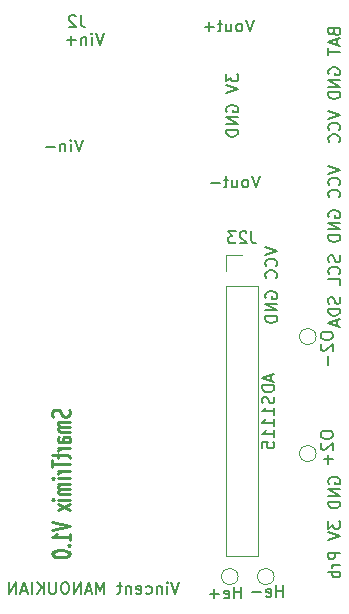
<source format=gbo>
G04 #@! TF.GenerationSoftware,KiCad,Pcbnew,(5.0.1-3-g963ef8bb5)*
G04 #@! TF.CreationDate,2018-12-25T15:27:32+01:00*
G04 #@! TF.ProjectId,smarttrimix,736D6172747472696D69782E6B696361,rev?*
G04 #@! TF.SameCoordinates,Original*
G04 #@! TF.FileFunction,Legend,Bot*
G04 #@! TF.FilePolarity,Positive*
%FSLAX46Y46*%
G04 Gerber Fmt 4.6, Leading zero omitted, Abs format (unit mm)*
G04 Created by KiCad (PCBNEW (5.0.1-3-g963ef8bb5)) date 2018 December 25, Tuesday 15:27:32*
%MOMM*%
%LPD*%
G01*
G04 APERTURE LIST*
%ADD10C,0.150000*%
%ADD11C,0.250000*%
%ADD12C,0.120000*%
G04 APERTURE END LIST*
D10*
X63968380Y-55499333D02*
X63968380Y-56118380D01*
X64349333Y-55785047D01*
X64349333Y-55927904D01*
X64396952Y-56023142D01*
X64444571Y-56070761D01*
X64539809Y-56118380D01*
X64777904Y-56118380D01*
X64873142Y-56070761D01*
X64920761Y-56023142D01*
X64968380Y-55927904D01*
X64968380Y-55642190D01*
X64920761Y-55546952D01*
X64873142Y-55499333D01*
X63968380Y-56404095D02*
X64968380Y-56737428D01*
X63968380Y-57070761D01*
X64016000Y-58689809D02*
X63968380Y-58594571D01*
X63968380Y-58451714D01*
X64016000Y-58308857D01*
X64111238Y-58213619D01*
X64206476Y-58166000D01*
X64396952Y-58118380D01*
X64539809Y-58118380D01*
X64730285Y-58166000D01*
X64825523Y-58213619D01*
X64920761Y-58308857D01*
X64968380Y-58451714D01*
X64968380Y-58546952D01*
X64920761Y-58689809D01*
X64873142Y-58737428D01*
X64539809Y-58737428D01*
X64539809Y-58546952D01*
X64968380Y-59166000D02*
X63968380Y-59166000D01*
X64968380Y-59737428D01*
X63968380Y-59737428D01*
X64968380Y-60213619D02*
X63968380Y-60213619D01*
X63968380Y-60451714D01*
X64016000Y-60594571D01*
X64111238Y-60689809D01*
X64206476Y-60737428D01*
X64396952Y-60785047D01*
X64539809Y-60785047D01*
X64730285Y-60737428D01*
X64825523Y-60689809D01*
X64920761Y-60594571D01*
X64968380Y-60451714D01*
X64968380Y-60213619D01*
X59966904Y-98512380D02*
X59633571Y-99512380D01*
X59300238Y-98512380D01*
X58966904Y-99512380D02*
X58966904Y-98845714D01*
X58966904Y-98512380D02*
X59014523Y-98560000D01*
X58966904Y-98607619D01*
X58919285Y-98560000D01*
X58966904Y-98512380D01*
X58966904Y-98607619D01*
X58490714Y-98845714D02*
X58490714Y-99512380D01*
X58490714Y-98940952D02*
X58443095Y-98893333D01*
X58347857Y-98845714D01*
X58205000Y-98845714D01*
X58109761Y-98893333D01*
X58062142Y-98988571D01*
X58062142Y-99512380D01*
X57157380Y-99464761D02*
X57252619Y-99512380D01*
X57443095Y-99512380D01*
X57538333Y-99464761D01*
X57585952Y-99417142D01*
X57633571Y-99321904D01*
X57633571Y-99036190D01*
X57585952Y-98940952D01*
X57538333Y-98893333D01*
X57443095Y-98845714D01*
X57252619Y-98845714D01*
X57157380Y-98893333D01*
X56347857Y-99464761D02*
X56443095Y-99512380D01*
X56633571Y-99512380D01*
X56728809Y-99464761D01*
X56776428Y-99369523D01*
X56776428Y-98988571D01*
X56728809Y-98893333D01*
X56633571Y-98845714D01*
X56443095Y-98845714D01*
X56347857Y-98893333D01*
X56300238Y-98988571D01*
X56300238Y-99083809D01*
X56776428Y-99179047D01*
X55871666Y-98845714D02*
X55871666Y-99512380D01*
X55871666Y-98940952D02*
X55824047Y-98893333D01*
X55728809Y-98845714D01*
X55585952Y-98845714D01*
X55490714Y-98893333D01*
X55443095Y-98988571D01*
X55443095Y-99512380D01*
X55109761Y-98845714D02*
X54728809Y-98845714D01*
X54966904Y-98512380D02*
X54966904Y-99369523D01*
X54919285Y-99464761D01*
X54824047Y-99512380D01*
X54728809Y-99512380D01*
X53633571Y-99512380D02*
X53633571Y-98512380D01*
X53300238Y-99226666D01*
X52966904Y-98512380D01*
X52966904Y-99512380D01*
X52538333Y-99226666D02*
X52062142Y-99226666D01*
X52633571Y-99512380D02*
X52300238Y-98512380D01*
X51966904Y-99512380D01*
X51633571Y-99512380D02*
X51633571Y-98512380D01*
X51062142Y-99512380D01*
X51062142Y-98512380D01*
X50395476Y-98512380D02*
X50205000Y-98512380D01*
X50109761Y-98560000D01*
X50014523Y-98655238D01*
X49966904Y-98845714D01*
X49966904Y-99179047D01*
X50014523Y-99369523D01*
X50109761Y-99464761D01*
X50205000Y-99512380D01*
X50395476Y-99512380D01*
X50490714Y-99464761D01*
X50585952Y-99369523D01*
X50633571Y-99179047D01*
X50633571Y-98845714D01*
X50585952Y-98655238D01*
X50490714Y-98560000D01*
X50395476Y-98512380D01*
X49538333Y-98512380D02*
X49538333Y-99321904D01*
X49490714Y-99417142D01*
X49443095Y-99464761D01*
X49347857Y-99512380D01*
X49157380Y-99512380D01*
X49062142Y-99464761D01*
X49014523Y-99417142D01*
X48966904Y-99321904D01*
X48966904Y-98512380D01*
X48490714Y-99512380D02*
X48490714Y-98512380D01*
X47919285Y-99512380D02*
X48347857Y-98940952D01*
X47919285Y-98512380D02*
X48490714Y-99083809D01*
X47490714Y-99512380D02*
X47490714Y-98512380D01*
X47062142Y-99226666D02*
X46585952Y-99226666D01*
X47157380Y-99512380D02*
X46824047Y-98512380D01*
X46490714Y-99512380D01*
X46157380Y-99512380D02*
X46157380Y-98512380D01*
X45585952Y-99512380D01*
X45585952Y-98512380D01*
X72604380Y-63318285D02*
X73604380Y-63651619D01*
X72604380Y-63984952D01*
X73509142Y-64889714D02*
X73556761Y-64842095D01*
X73604380Y-64699238D01*
X73604380Y-64604000D01*
X73556761Y-64461142D01*
X73461523Y-64365904D01*
X73366285Y-64318285D01*
X73175809Y-64270666D01*
X73032952Y-64270666D01*
X72842476Y-64318285D01*
X72747238Y-64365904D01*
X72652000Y-64461142D01*
X72604380Y-64604000D01*
X72604380Y-64699238D01*
X72652000Y-64842095D01*
X72699619Y-64889714D01*
X73509142Y-65889714D02*
X73556761Y-65842095D01*
X73604380Y-65699238D01*
X73604380Y-65604000D01*
X73556761Y-65461142D01*
X73461523Y-65365904D01*
X73366285Y-65318285D01*
X73175809Y-65270666D01*
X73032952Y-65270666D01*
X72842476Y-65318285D01*
X72747238Y-65365904D01*
X72652000Y-65461142D01*
X72604380Y-65604000D01*
X72604380Y-65699238D01*
X72652000Y-65842095D01*
X72699619Y-65889714D01*
X72652000Y-67604000D02*
X72604380Y-67508761D01*
X72604380Y-67365904D01*
X72652000Y-67223047D01*
X72747238Y-67127809D01*
X72842476Y-67080190D01*
X73032952Y-67032571D01*
X73175809Y-67032571D01*
X73366285Y-67080190D01*
X73461523Y-67127809D01*
X73556761Y-67223047D01*
X73604380Y-67365904D01*
X73604380Y-67461142D01*
X73556761Y-67604000D01*
X73509142Y-67651619D01*
X73175809Y-67651619D01*
X73175809Y-67461142D01*
X73604380Y-68080190D02*
X72604380Y-68080190D01*
X73604380Y-68651619D01*
X72604380Y-68651619D01*
X73604380Y-69127809D02*
X72604380Y-69127809D01*
X72604380Y-69365904D01*
X72652000Y-69508761D01*
X72747238Y-69604000D01*
X72842476Y-69651619D01*
X73032952Y-69699238D01*
X73175809Y-69699238D01*
X73366285Y-69651619D01*
X73461523Y-69604000D01*
X73556761Y-69508761D01*
X73604380Y-69365904D01*
X73604380Y-69127809D01*
X73556761Y-70842095D02*
X73604380Y-70984952D01*
X73604380Y-71223047D01*
X73556761Y-71318285D01*
X73509142Y-71365904D01*
X73413904Y-71413523D01*
X73318666Y-71413523D01*
X73223428Y-71365904D01*
X73175809Y-71318285D01*
X73128190Y-71223047D01*
X73080571Y-71032571D01*
X73032952Y-70937333D01*
X72985333Y-70889714D01*
X72890095Y-70842095D01*
X72794857Y-70842095D01*
X72699619Y-70889714D01*
X72652000Y-70937333D01*
X72604380Y-71032571D01*
X72604380Y-71270666D01*
X72652000Y-71413523D01*
X73509142Y-72413523D02*
X73556761Y-72365904D01*
X73604380Y-72223047D01*
X73604380Y-72127809D01*
X73556761Y-71984952D01*
X73461523Y-71889714D01*
X73366285Y-71842095D01*
X73175809Y-71794476D01*
X73032952Y-71794476D01*
X72842476Y-71842095D01*
X72747238Y-71889714D01*
X72652000Y-71984952D01*
X72604380Y-72127809D01*
X72604380Y-72223047D01*
X72652000Y-72365904D01*
X72699619Y-72413523D01*
X73604380Y-73318285D02*
X73604380Y-72842095D01*
X72604380Y-72842095D01*
X73556761Y-74365904D02*
X73604380Y-74508761D01*
X73604380Y-74746857D01*
X73556761Y-74842095D01*
X73509142Y-74889714D01*
X73413904Y-74937333D01*
X73318666Y-74937333D01*
X73223428Y-74889714D01*
X73175809Y-74842095D01*
X73128190Y-74746857D01*
X73080571Y-74556380D01*
X73032952Y-74461142D01*
X72985333Y-74413523D01*
X72890095Y-74365904D01*
X72794857Y-74365904D01*
X72699619Y-74413523D01*
X72652000Y-74461142D01*
X72604380Y-74556380D01*
X72604380Y-74794476D01*
X72652000Y-74937333D01*
X73604380Y-75365904D02*
X72604380Y-75365904D01*
X72604380Y-75604000D01*
X72652000Y-75746857D01*
X72747238Y-75842095D01*
X72842476Y-75889714D01*
X73032952Y-75937333D01*
X73175809Y-75937333D01*
X73366285Y-75889714D01*
X73461523Y-75842095D01*
X73556761Y-75746857D01*
X73604380Y-75604000D01*
X73604380Y-75365904D01*
X73318666Y-76318285D02*
X73318666Y-76794476D01*
X73604380Y-76223047D02*
X72604380Y-76556380D01*
X73604380Y-76889714D01*
X72652000Y-90162571D02*
X72604380Y-90067333D01*
X72604380Y-89924476D01*
X72652000Y-89781619D01*
X72747238Y-89686380D01*
X72842476Y-89638761D01*
X73032952Y-89591142D01*
X73175809Y-89591142D01*
X73366285Y-89638761D01*
X73461523Y-89686380D01*
X73556761Y-89781619D01*
X73604380Y-89924476D01*
X73604380Y-90019714D01*
X73556761Y-90162571D01*
X73509142Y-90210190D01*
X73175809Y-90210190D01*
X73175809Y-90019714D01*
X73604380Y-90638761D02*
X72604380Y-90638761D01*
X73604380Y-91210190D01*
X72604380Y-91210190D01*
X73604380Y-91686380D02*
X72604380Y-91686380D01*
X72604380Y-91924476D01*
X72652000Y-92067333D01*
X72747238Y-92162571D01*
X72842476Y-92210190D01*
X73032952Y-92257809D01*
X73175809Y-92257809D01*
X73366285Y-92210190D01*
X73461523Y-92162571D01*
X73556761Y-92067333D01*
X73604380Y-91924476D01*
X73604380Y-91686380D01*
X72604380Y-93353047D02*
X72604380Y-93972095D01*
X72985333Y-93638761D01*
X72985333Y-93781619D01*
X73032952Y-93876857D01*
X73080571Y-93924476D01*
X73175809Y-93972095D01*
X73413904Y-93972095D01*
X73509142Y-93924476D01*
X73556761Y-93876857D01*
X73604380Y-93781619D01*
X73604380Y-93495904D01*
X73556761Y-93400666D01*
X73509142Y-93353047D01*
X72604380Y-94257809D02*
X73604380Y-94591142D01*
X72604380Y-94924476D01*
X73604380Y-96019714D02*
X72604380Y-96019714D01*
X72604380Y-96400666D01*
X72652000Y-96495904D01*
X72699619Y-96543523D01*
X72794857Y-96591142D01*
X72937714Y-96591142D01*
X73032952Y-96543523D01*
X73080571Y-96495904D01*
X73128190Y-96400666D01*
X73128190Y-96019714D01*
X73604380Y-97019714D02*
X72937714Y-97019714D01*
X73128190Y-97019714D02*
X73032952Y-97067333D01*
X72985333Y-97114952D01*
X72937714Y-97210190D01*
X72937714Y-97305428D01*
X73604380Y-97638761D02*
X72604380Y-97638761D01*
X72985333Y-97638761D02*
X72937714Y-97734000D01*
X72937714Y-97924476D01*
X72985333Y-98019714D01*
X73032952Y-98067333D01*
X73128190Y-98114952D01*
X73413904Y-98114952D01*
X73509142Y-98067333D01*
X73556761Y-98019714D01*
X73604380Y-97924476D01*
X73604380Y-97734000D01*
X73556761Y-97638761D01*
X67270380Y-70167904D02*
X68270380Y-70501238D01*
X67270380Y-70834571D01*
X68175142Y-71739333D02*
X68222761Y-71691714D01*
X68270380Y-71548857D01*
X68270380Y-71453619D01*
X68222761Y-71310761D01*
X68127523Y-71215523D01*
X68032285Y-71167904D01*
X67841809Y-71120285D01*
X67698952Y-71120285D01*
X67508476Y-71167904D01*
X67413238Y-71215523D01*
X67318000Y-71310761D01*
X67270380Y-71453619D01*
X67270380Y-71548857D01*
X67318000Y-71691714D01*
X67365619Y-71739333D01*
X68175142Y-72739333D02*
X68222761Y-72691714D01*
X68270380Y-72548857D01*
X68270380Y-72453619D01*
X68222761Y-72310761D01*
X68127523Y-72215523D01*
X68032285Y-72167904D01*
X67841809Y-72120285D01*
X67698952Y-72120285D01*
X67508476Y-72167904D01*
X67413238Y-72215523D01*
X67318000Y-72310761D01*
X67270380Y-72453619D01*
X67270380Y-72548857D01*
X67318000Y-72691714D01*
X67365619Y-72739333D01*
X67318000Y-74453619D02*
X67270380Y-74358380D01*
X67270380Y-74215523D01*
X67318000Y-74072666D01*
X67413238Y-73977428D01*
X67508476Y-73929809D01*
X67698952Y-73882190D01*
X67841809Y-73882190D01*
X68032285Y-73929809D01*
X68127523Y-73977428D01*
X68222761Y-74072666D01*
X68270380Y-74215523D01*
X68270380Y-74310761D01*
X68222761Y-74453619D01*
X68175142Y-74501238D01*
X67841809Y-74501238D01*
X67841809Y-74310761D01*
X68270380Y-74929809D02*
X67270380Y-74929809D01*
X68270380Y-75501238D01*
X67270380Y-75501238D01*
X68270380Y-75977428D02*
X67270380Y-75977428D01*
X67270380Y-76215523D01*
X67318000Y-76358380D01*
X67413238Y-76453619D01*
X67508476Y-76501238D01*
X67698952Y-76548857D01*
X67841809Y-76548857D01*
X68032285Y-76501238D01*
X68127523Y-76453619D01*
X68222761Y-76358380D01*
X68270380Y-76215523D01*
X68270380Y-75977428D01*
X73080571Y-51935619D02*
X73128190Y-52078476D01*
X73175809Y-52126095D01*
X73271047Y-52173714D01*
X73413904Y-52173714D01*
X73509142Y-52126095D01*
X73556761Y-52078476D01*
X73604380Y-51983238D01*
X73604380Y-51602285D01*
X72604380Y-51602285D01*
X72604380Y-51935619D01*
X72652000Y-52030857D01*
X72699619Y-52078476D01*
X72794857Y-52126095D01*
X72890095Y-52126095D01*
X72985333Y-52078476D01*
X73032952Y-52030857D01*
X73080571Y-51935619D01*
X73080571Y-51602285D01*
X73318666Y-52554666D02*
X73318666Y-53030857D01*
X73604380Y-52459428D02*
X72604380Y-52792761D01*
X73604380Y-53126095D01*
X72604380Y-53316571D02*
X72604380Y-53888000D01*
X73604380Y-53602285D02*
X72604380Y-53602285D01*
X72652000Y-55507047D02*
X72604380Y-55411809D01*
X72604380Y-55268952D01*
X72652000Y-55126095D01*
X72747238Y-55030857D01*
X72842476Y-54983238D01*
X73032952Y-54935619D01*
X73175809Y-54935619D01*
X73366285Y-54983238D01*
X73461523Y-55030857D01*
X73556761Y-55126095D01*
X73604380Y-55268952D01*
X73604380Y-55364190D01*
X73556761Y-55507047D01*
X73509142Y-55554666D01*
X73175809Y-55554666D01*
X73175809Y-55364190D01*
X73604380Y-55983238D02*
X72604380Y-55983238D01*
X73604380Y-56554666D01*
X72604380Y-56554666D01*
X73604380Y-57030857D02*
X72604380Y-57030857D01*
X72604380Y-57268952D01*
X72652000Y-57411809D01*
X72747238Y-57507047D01*
X72842476Y-57554666D01*
X73032952Y-57602285D01*
X73175809Y-57602285D01*
X73366285Y-57554666D01*
X73461523Y-57507047D01*
X73556761Y-57411809D01*
X73604380Y-57268952D01*
X73604380Y-57030857D01*
X72604380Y-58649904D02*
X73604380Y-58983238D01*
X72604380Y-59316571D01*
X73509142Y-60221333D02*
X73556761Y-60173714D01*
X73604380Y-60030857D01*
X73604380Y-59935619D01*
X73556761Y-59792761D01*
X73461523Y-59697523D01*
X73366285Y-59649904D01*
X73175809Y-59602285D01*
X73032952Y-59602285D01*
X72842476Y-59649904D01*
X72747238Y-59697523D01*
X72652000Y-59792761D01*
X72604380Y-59935619D01*
X72604380Y-60030857D01*
X72652000Y-60173714D01*
X72699619Y-60221333D01*
X73509142Y-61221333D02*
X73556761Y-61173714D01*
X73604380Y-61030857D01*
X73604380Y-60935619D01*
X73556761Y-60792761D01*
X73461523Y-60697523D01*
X73366285Y-60649904D01*
X73175809Y-60602285D01*
X73032952Y-60602285D01*
X72842476Y-60649904D01*
X72747238Y-60697523D01*
X72652000Y-60792761D01*
X72604380Y-60935619D01*
X72604380Y-61030857D01*
X72652000Y-61173714D01*
X72699619Y-61221333D01*
D11*
X50645142Y-83918976D02*
X50716571Y-84061833D01*
X50716571Y-84299928D01*
X50645142Y-84395166D01*
X50573714Y-84442785D01*
X50430857Y-84490404D01*
X50288000Y-84490404D01*
X50145142Y-84442785D01*
X50073714Y-84395166D01*
X50002285Y-84299928D01*
X49930857Y-84109452D01*
X49859428Y-84014214D01*
X49788000Y-83966595D01*
X49645142Y-83918976D01*
X49502285Y-83918976D01*
X49359428Y-83966595D01*
X49288000Y-84014214D01*
X49216571Y-84109452D01*
X49216571Y-84347547D01*
X49288000Y-84490404D01*
X50716571Y-84918976D02*
X49716571Y-84918976D01*
X49859428Y-84918976D02*
X49788000Y-84966595D01*
X49716571Y-85061833D01*
X49716571Y-85204690D01*
X49788000Y-85299928D01*
X49930857Y-85347547D01*
X50716571Y-85347547D01*
X49930857Y-85347547D02*
X49788000Y-85395166D01*
X49716571Y-85490404D01*
X49716571Y-85633261D01*
X49788000Y-85728500D01*
X49930857Y-85776119D01*
X50716571Y-85776119D01*
X50716571Y-86680880D02*
X49930857Y-86680880D01*
X49788000Y-86633261D01*
X49716571Y-86538023D01*
X49716571Y-86347547D01*
X49788000Y-86252309D01*
X50645142Y-86680880D02*
X50716571Y-86585642D01*
X50716571Y-86347547D01*
X50645142Y-86252309D01*
X50502285Y-86204690D01*
X50359428Y-86204690D01*
X50216571Y-86252309D01*
X50145142Y-86347547D01*
X50145142Y-86585642D01*
X50073714Y-86680880D01*
X50716571Y-87157071D02*
X49716571Y-87157071D01*
X50002285Y-87157071D02*
X49859428Y-87204690D01*
X49788000Y-87252309D01*
X49716571Y-87347547D01*
X49716571Y-87442785D01*
X49716571Y-87633261D02*
X49716571Y-88014214D01*
X49216571Y-87776119D02*
X50502285Y-87776119D01*
X50645142Y-87823738D01*
X50716571Y-87918976D01*
X50716571Y-88014214D01*
X49216571Y-88204690D02*
X49216571Y-88776119D01*
X50716571Y-88490404D02*
X49216571Y-88490404D01*
X50716571Y-89109452D02*
X49716571Y-89109452D01*
X50002285Y-89109452D02*
X49859428Y-89157071D01*
X49788000Y-89204690D01*
X49716571Y-89299928D01*
X49716571Y-89395166D01*
X50716571Y-89728500D02*
X49716571Y-89728500D01*
X49216571Y-89728500D02*
X49288000Y-89680880D01*
X49359428Y-89728500D01*
X49288000Y-89776119D01*
X49216571Y-89728500D01*
X49359428Y-89728500D01*
X50716571Y-90204690D02*
X49716571Y-90204690D01*
X49859428Y-90204690D02*
X49788000Y-90252309D01*
X49716571Y-90347547D01*
X49716571Y-90490404D01*
X49788000Y-90585642D01*
X49930857Y-90633261D01*
X50716571Y-90633261D01*
X49930857Y-90633261D02*
X49788000Y-90680880D01*
X49716571Y-90776119D01*
X49716571Y-90918976D01*
X49788000Y-91014214D01*
X49930857Y-91061833D01*
X50716571Y-91061833D01*
X50716571Y-91538023D02*
X49716571Y-91538023D01*
X49216571Y-91538023D02*
X49288000Y-91490404D01*
X49359428Y-91538023D01*
X49288000Y-91585642D01*
X49216571Y-91538023D01*
X49359428Y-91538023D01*
X50716571Y-91918976D02*
X49716571Y-92442785D01*
X49716571Y-91918976D02*
X50716571Y-92442785D01*
X49216571Y-93442785D02*
X50716571Y-93776119D01*
X49216571Y-94109452D01*
X50716571Y-94966595D02*
X50716571Y-94395166D01*
X50716571Y-94680880D02*
X49216571Y-94680880D01*
X49430857Y-94585642D01*
X49573714Y-94490404D01*
X49645142Y-94395166D01*
X50573714Y-95395166D02*
X50645142Y-95442785D01*
X50716571Y-95395166D01*
X50645142Y-95347547D01*
X50573714Y-95395166D01*
X50716571Y-95395166D01*
X49216571Y-96061833D02*
X49216571Y-96157071D01*
X49288000Y-96252309D01*
X49359428Y-96299928D01*
X49502285Y-96347547D01*
X49788000Y-96395166D01*
X50145142Y-96395166D01*
X50430857Y-96347547D01*
X50573714Y-96299928D01*
X50645142Y-96252309D01*
X50716571Y-96157071D01*
X50716571Y-96061833D01*
X50645142Y-95966595D01*
X50573714Y-95918976D01*
X50430857Y-95871357D01*
X50145142Y-95823738D01*
X49788000Y-95823738D01*
X49502285Y-95871357D01*
X49359428Y-95918976D01*
X49288000Y-95966595D01*
X49216571Y-96061833D01*
D12*
G04 #@! TO.C,J23*
X65278000Y-70806000D02*
X63948000Y-70806000D01*
X63948000Y-70806000D02*
X63948000Y-72136000D01*
X63948000Y-73406000D02*
X63948000Y-96326000D01*
X66608000Y-96326000D02*
X63948000Y-96326000D01*
X66608000Y-73406000D02*
X66608000Y-96326000D01*
X66608000Y-73406000D02*
X63948000Y-73406000D01*
G04 #@! TO.C,TP1*
X68010000Y-98044000D02*
G75*
G03X68010000Y-98044000I-700000J0D01*
G01*
G04 #@! TO.C,TP2*
X64962000Y-98044000D02*
G75*
G03X64962000Y-98044000I-700000J0D01*
G01*
G04 #@! TO.C,TP3*
X71566000Y-77724000D02*
G75*
G03X71566000Y-77724000I-700000J0D01*
G01*
G04 #@! TO.C,TP4*
X71566000Y-87630000D02*
G75*
G03X71566000Y-87630000I-700000J0D01*
G01*
G04 #@! TO.C,J2*
D10*
X51641333Y-50506380D02*
X51641333Y-51220666D01*
X51688952Y-51363523D01*
X51784190Y-51458761D01*
X51927047Y-51506380D01*
X52022285Y-51506380D01*
X51212761Y-50601619D02*
X51165142Y-50554000D01*
X51069904Y-50506380D01*
X50831809Y-50506380D01*
X50736571Y-50554000D01*
X50688952Y-50601619D01*
X50641333Y-50696857D01*
X50641333Y-50792095D01*
X50688952Y-50934952D01*
X51260380Y-51506380D01*
X50641333Y-51506380D01*
X66277857Y-50887380D02*
X65944523Y-51887380D01*
X65611190Y-50887380D01*
X65135000Y-51887380D02*
X65230238Y-51839761D01*
X65277857Y-51792142D01*
X65325476Y-51696904D01*
X65325476Y-51411190D01*
X65277857Y-51315952D01*
X65230238Y-51268333D01*
X65135000Y-51220714D01*
X64992142Y-51220714D01*
X64896904Y-51268333D01*
X64849285Y-51315952D01*
X64801666Y-51411190D01*
X64801666Y-51696904D01*
X64849285Y-51792142D01*
X64896904Y-51839761D01*
X64992142Y-51887380D01*
X65135000Y-51887380D01*
X63944523Y-51220714D02*
X63944523Y-51887380D01*
X64373095Y-51220714D02*
X64373095Y-51744523D01*
X64325476Y-51839761D01*
X64230238Y-51887380D01*
X64087380Y-51887380D01*
X63992142Y-51839761D01*
X63944523Y-51792142D01*
X63611190Y-51220714D02*
X63230238Y-51220714D01*
X63468333Y-50887380D02*
X63468333Y-51744523D01*
X63420714Y-51839761D01*
X63325476Y-51887380D01*
X63230238Y-51887380D01*
X62896904Y-51506428D02*
X62135000Y-51506428D01*
X62515952Y-51887380D02*
X62515952Y-51125476D01*
X66785857Y-64095380D02*
X66452523Y-65095380D01*
X66119190Y-64095380D01*
X65643000Y-65095380D02*
X65738238Y-65047761D01*
X65785857Y-65000142D01*
X65833476Y-64904904D01*
X65833476Y-64619190D01*
X65785857Y-64523952D01*
X65738238Y-64476333D01*
X65643000Y-64428714D01*
X65500142Y-64428714D01*
X65404904Y-64476333D01*
X65357285Y-64523952D01*
X65309666Y-64619190D01*
X65309666Y-64904904D01*
X65357285Y-65000142D01*
X65404904Y-65047761D01*
X65500142Y-65095380D01*
X65643000Y-65095380D01*
X64452523Y-64428714D02*
X64452523Y-65095380D01*
X64881095Y-64428714D02*
X64881095Y-64952523D01*
X64833476Y-65047761D01*
X64738238Y-65095380D01*
X64595380Y-65095380D01*
X64500142Y-65047761D01*
X64452523Y-65000142D01*
X64119190Y-64428714D02*
X63738238Y-64428714D01*
X63976333Y-64095380D02*
X63976333Y-64952523D01*
X63928714Y-65047761D01*
X63833476Y-65095380D01*
X63738238Y-65095380D01*
X63404904Y-64714428D02*
X62643000Y-64714428D01*
X53585857Y-52030380D02*
X53252523Y-53030380D01*
X52919190Y-52030380D01*
X52585857Y-53030380D02*
X52585857Y-52363714D01*
X52585857Y-52030380D02*
X52633476Y-52078000D01*
X52585857Y-52125619D01*
X52538238Y-52078000D01*
X52585857Y-52030380D01*
X52585857Y-52125619D01*
X52109666Y-52363714D02*
X52109666Y-53030380D01*
X52109666Y-52458952D02*
X52062047Y-52411333D01*
X51966809Y-52363714D01*
X51823952Y-52363714D01*
X51728714Y-52411333D01*
X51681095Y-52506571D01*
X51681095Y-53030380D01*
X51204904Y-52649428D02*
X50443000Y-52649428D01*
X50823952Y-53030380D02*
X50823952Y-52268476D01*
X51807857Y-61047380D02*
X51474523Y-62047380D01*
X51141190Y-61047380D01*
X50807857Y-62047380D02*
X50807857Y-61380714D01*
X50807857Y-61047380D02*
X50855476Y-61095000D01*
X50807857Y-61142619D01*
X50760238Y-61095000D01*
X50807857Y-61047380D01*
X50807857Y-61142619D01*
X50331666Y-61380714D02*
X50331666Y-62047380D01*
X50331666Y-61475952D02*
X50284047Y-61428333D01*
X50188809Y-61380714D01*
X50045952Y-61380714D01*
X49950714Y-61428333D01*
X49903095Y-61523571D01*
X49903095Y-62047380D01*
X49426904Y-61666428D02*
X48665000Y-61666428D01*
G04 #@! TO.C,J23*
X66087523Y-68818380D02*
X66087523Y-69532666D01*
X66135142Y-69675523D01*
X66230380Y-69770761D01*
X66373238Y-69818380D01*
X66468476Y-69818380D01*
X65658952Y-68913619D02*
X65611333Y-68866000D01*
X65516095Y-68818380D01*
X65278000Y-68818380D01*
X65182761Y-68866000D01*
X65135142Y-68913619D01*
X65087523Y-69008857D01*
X65087523Y-69104095D01*
X65135142Y-69246952D01*
X65706571Y-69818380D01*
X65087523Y-69818380D01*
X64754190Y-68818380D02*
X64135142Y-68818380D01*
X64468476Y-69199333D01*
X64325619Y-69199333D01*
X64230380Y-69246952D01*
X64182761Y-69294571D01*
X64135142Y-69389809D01*
X64135142Y-69627904D01*
X64182761Y-69723142D01*
X64230380Y-69770761D01*
X64325619Y-69818380D01*
X64611333Y-69818380D01*
X64706571Y-69770761D01*
X64754190Y-69723142D01*
X67730666Y-80954952D02*
X67730666Y-81431142D01*
X68016380Y-80859714D02*
X67016380Y-81193047D01*
X68016380Y-81526380D01*
X68016380Y-81859714D02*
X67016380Y-81859714D01*
X67016380Y-82097809D01*
X67064000Y-82240666D01*
X67159238Y-82335904D01*
X67254476Y-82383523D01*
X67444952Y-82431142D01*
X67587809Y-82431142D01*
X67778285Y-82383523D01*
X67873523Y-82335904D01*
X67968761Y-82240666D01*
X68016380Y-82097809D01*
X68016380Y-81859714D01*
X67968761Y-82812095D02*
X68016380Y-82954952D01*
X68016380Y-83193047D01*
X67968761Y-83288285D01*
X67921142Y-83335904D01*
X67825904Y-83383523D01*
X67730666Y-83383523D01*
X67635428Y-83335904D01*
X67587809Y-83288285D01*
X67540190Y-83193047D01*
X67492571Y-83002571D01*
X67444952Y-82907333D01*
X67397333Y-82859714D01*
X67302095Y-82812095D01*
X67206857Y-82812095D01*
X67111619Y-82859714D01*
X67064000Y-82907333D01*
X67016380Y-83002571D01*
X67016380Y-83240666D01*
X67064000Y-83383523D01*
X68016380Y-84335904D02*
X68016380Y-83764476D01*
X68016380Y-84050190D02*
X67016380Y-84050190D01*
X67159238Y-83954952D01*
X67254476Y-83859714D01*
X67302095Y-83764476D01*
X68016380Y-85288285D02*
X68016380Y-84716857D01*
X68016380Y-85002571D02*
X67016380Y-85002571D01*
X67159238Y-84907333D01*
X67254476Y-84812095D01*
X67302095Y-84716857D01*
X68016380Y-86240666D02*
X68016380Y-85669238D01*
X68016380Y-85954952D02*
X67016380Y-85954952D01*
X67159238Y-85859714D01*
X67254476Y-85764476D01*
X67302095Y-85669238D01*
X67016380Y-87145428D02*
X67016380Y-86669238D01*
X67492571Y-86621619D01*
X67444952Y-86669238D01*
X67397333Y-86764476D01*
X67397333Y-87002571D01*
X67444952Y-87097809D01*
X67492571Y-87145428D01*
X67587809Y-87193047D01*
X67825904Y-87193047D01*
X67921142Y-87145428D01*
X67968761Y-87097809D01*
X68016380Y-87002571D01*
X68016380Y-86764476D01*
X67968761Y-86669238D01*
X67921142Y-86621619D01*
G04 #@! TO.C,TP1*
X68770333Y-99766380D02*
X68770333Y-98766380D01*
X68770333Y-99242571D02*
X68198904Y-99242571D01*
X68198904Y-99766380D02*
X68198904Y-98766380D01*
X67341761Y-99718761D02*
X67437000Y-99766380D01*
X67627476Y-99766380D01*
X67722714Y-99718761D01*
X67770333Y-99623523D01*
X67770333Y-99242571D01*
X67722714Y-99147333D01*
X67627476Y-99099714D01*
X67437000Y-99099714D01*
X67341761Y-99147333D01*
X67294142Y-99242571D01*
X67294142Y-99337809D01*
X67770333Y-99433047D01*
X66865571Y-99385428D02*
X66103666Y-99385428D01*
G04 #@! TO.C,TP2*
X65214333Y-99893380D02*
X65214333Y-98893380D01*
X65214333Y-99369571D02*
X64642904Y-99369571D01*
X64642904Y-99893380D02*
X64642904Y-98893380D01*
X63785761Y-99845761D02*
X63881000Y-99893380D01*
X64071476Y-99893380D01*
X64166714Y-99845761D01*
X64214333Y-99750523D01*
X64214333Y-99369571D01*
X64166714Y-99274333D01*
X64071476Y-99226714D01*
X63881000Y-99226714D01*
X63785761Y-99274333D01*
X63738142Y-99369571D01*
X63738142Y-99464809D01*
X64214333Y-99560047D01*
X63309571Y-99512428D02*
X62547666Y-99512428D01*
X62928619Y-99893380D02*
X62928619Y-99131476D01*
G04 #@! TO.C,TP3*
X71969380Y-77549523D02*
X71969380Y-77740000D01*
X72017000Y-77835238D01*
X72112238Y-77930476D01*
X72302714Y-77978095D01*
X72636047Y-77978095D01*
X72826523Y-77930476D01*
X72921761Y-77835238D01*
X72969380Y-77740000D01*
X72969380Y-77549523D01*
X72921761Y-77454285D01*
X72826523Y-77359047D01*
X72636047Y-77311428D01*
X72302714Y-77311428D01*
X72112238Y-77359047D01*
X72017000Y-77454285D01*
X71969380Y-77549523D01*
X72064619Y-78359047D02*
X72017000Y-78406666D01*
X71969380Y-78501904D01*
X71969380Y-78740000D01*
X72017000Y-78835238D01*
X72064619Y-78882857D01*
X72159857Y-78930476D01*
X72255095Y-78930476D01*
X72397952Y-78882857D01*
X72969380Y-78311428D01*
X72969380Y-78930476D01*
X72588428Y-79359047D02*
X72588428Y-80120952D01*
G04 #@! TO.C,TP4*
X71969380Y-85931523D02*
X71969380Y-86122000D01*
X72017000Y-86217238D01*
X72112238Y-86312476D01*
X72302714Y-86360095D01*
X72636047Y-86360095D01*
X72826523Y-86312476D01*
X72921761Y-86217238D01*
X72969380Y-86122000D01*
X72969380Y-85931523D01*
X72921761Y-85836285D01*
X72826523Y-85741047D01*
X72636047Y-85693428D01*
X72302714Y-85693428D01*
X72112238Y-85741047D01*
X72017000Y-85836285D01*
X71969380Y-85931523D01*
X72064619Y-86741047D02*
X72017000Y-86788666D01*
X71969380Y-86883904D01*
X71969380Y-87122000D01*
X72017000Y-87217238D01*
X72064619Y-87264857D01*
X72159857Y-87312476D01*
X72255095Y-87312476D01*
X72397952Y-87264857D01*
X72969380Y-86693428D01*
X72969380Y-87312476D01*
X72588428Y-87741047D02*
X72588428Y-88502952D01*
X72969380Y-88122000D02*
X72207476Y-88122000D01*
G04 #@! TD*
M02*

</source>
